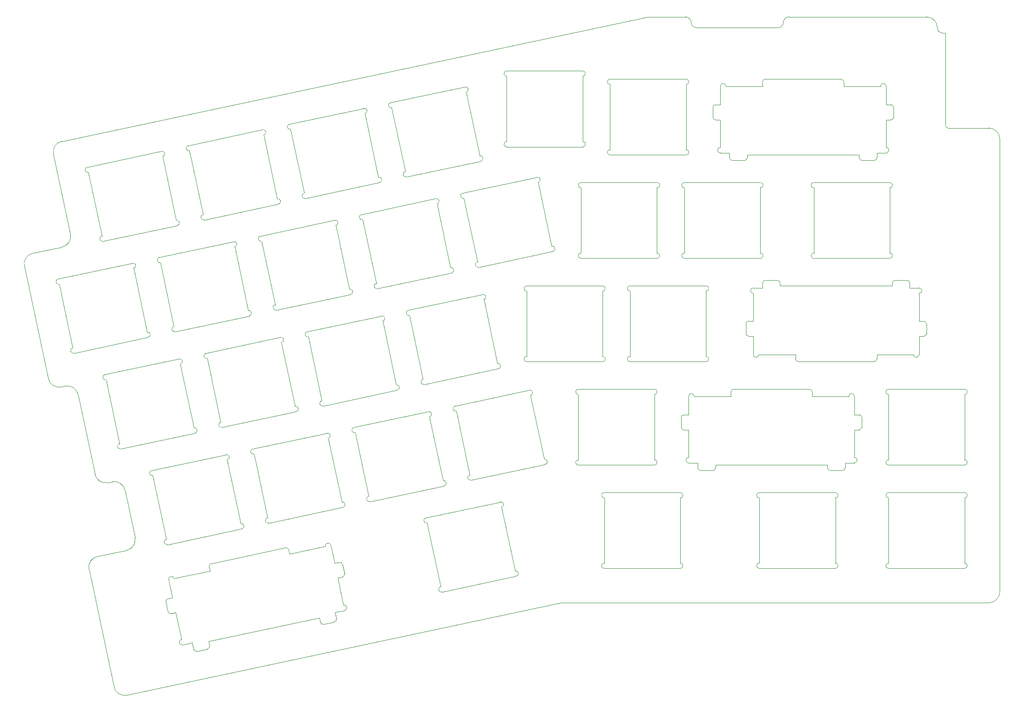
<source format=gm1>
G04 #@! TF.GenerationSoftware,KiCad,Pcbnew,(6.0.10)*
G04 #@! TF.CreationDate,2023-01-02T23:38:31+01:00*
G04 #@! TF.ProjectId,arisu,61726973-752e-46b6-9963-61645f706362,1.1*
G04 #@! TF.SameCoordinates,Original*
G04 #@! TF.FileFunction,Profile,NP*
%FSLAX46Y46*%
G04 Gerber Fmt 4.6, Leading zero omitted, Abs format (unit mm)*
G04 Created by KiCad (PCBNEW (6.0.10)) date 2023-01-02 23:38:31*
%MOMM*%
%LPD*%
G01*
G04 APERTURE LIST*
G04 #@! TA.AperFunction,Profile*
%ADD10C,0.000100*%
G04 #@! TD*
G04 APERTURE END LIST*
D10*
X256702940Y-234441346D02*
G75*
G03*
X255162470Y-236813472I415760J-1956254D01*
G01*
X429500000Y-234000000D02*
X429500000Y-317500000D01*
X427500000Y-232000000D02*
X420000000Y-232000000D01*
X419500001Y-231500000D02*
G75*
G03*
X420000000Y-231999999I499999J0D01*
G01*
X265211939Y-297367316D02*
X265984668Y-297203068D01*
X381139999Y-213500001D02*
X373639999Y-213500001D01*
X419000000Y-214500000D02*
X419500000Y-214500000D01*
X262839786Y-295826852D02*
G75*
G03*
X265211939Y-297367316I1956314J415852D01*
G01*
X266322759Y-334962741D02*
G75*
G03*
X268694857Y-336503217I1956241J415741D01*
G01*
X249825164Y-257443987D02*
X254230819Y-278170933D01*
X256602941Y-279711404D02*
X257336544Y-279555471D01*
X348689999Y-319500001D02*
X427500000Y-319500000D01*
X254230796Y-278170938D02*
G75*
G03*
X256602941Y-279711404I1956304J415838D01*
G01*
X259708666Y-281095942D02*
X262839817Y-295826845D01*
X268694857Y-336503217D02*
X348689999Y-319500001D01*
X268356790Y-298743539D02*
X270207197Y-307449051D01*
X263267354Y-310968855D02*
G75*
G03*
X261726880Y-313340964I415746J-1956245D01*
G01*
X259708651Y-281095945D02*
G75*
G03*
X257336544Y-279555471I-1956251J-415755D01*
G01*
X263267351Y-310968842D02*
X268666726Y-309821173D01*
X256702941Y-234441350D02*
X364639999Y-211500001D01*
X255162470Y-236813472D02*
X258295701Y-251554157D01*
X251365635Y-255071865D02*
X256755230Y-253926279D01*
X256755235Y-253926303D02*
G75*
G03*
X258295701Y-251554157I-415835J1956303D01*
G01*
X390639999Y-211499999D02*
G75*
G03*
X389639999Y-212500001I1J-1000001D01*
G01*
X372639999Y-212500001D02*
G75*
G03*
X371639999Y-211500001I-999999J1D01*
G01*
X364639999Y-211500001D02*
X371639999Y-211500001D01*
X427500000Y-319500000D02*
G75*
G03*
X429500000Y-317500000I0J2000000D01*
G01*
X419500000Y-214500000D02*
X419500000Y-231500000D01*
X418000000Y-213500000D02*
G75*
G03*
X416000000Y-211500000I-2000000J0D01*
G01*
X381139999Y-213500001D02*
X388639999Y-213500001D01*
X388639999Y-213499999D02*
G75*
G03*
X389639999Y-212500001I1J999999D01*
G01*
X251365638Y-255071880D02*
G75*
G03*
X249825164Y-257443987I415862J-1956320D01*
G01*
X429500000Y-234000000D02*
G75*
G03*
X427500000Y-232000000I-2000000J0D01*
G01*
X261726880Y-313340964D02*
X266322735Y-334962746D01*
X268356824Y-298743532D02*
G75*
G03*
X265984668Y-297203068I-1956324J-415868D01*
G01*
X268666732Y-309821201D02*
G75*
G03*
X270207197Y-307449051I-415832J1956301D01*
G01*
X372639999Y-212500001D02*
G75*
G03*
X373639999Y-213500001I1000001J1D01*
G01*
X418000000Y-213500000D02*
G75*
G03*
X419000000Y-214500000I1000000J0D01*
G01*
X390639999Y-211500001D02*
X416000000Y-211500000D01*
X356644033Y-300172301D02*
X356644033Y-312167701D01*
X370639433Y-313167701D02*
X356644033Y-313167701D01*
X370639433Y-299172301D02*
X356644033Y-299172301D01*
X370639433Y-300172301D02*
X370639433Y-312167701D01*
X370639433Y-300172301D02*
G75*
G03*
X370639433Y-299172301I0J500000D01*
G01*
X370639433Y-313167701D02*
G75*
G03*
X370639433Y-312167701I0J500000D01*
G01*
X356644033Y-312167701D02*
G75*
G03*
X356644033Y-313167701I0J-500000D01*
G01*
X356644033Y-299172301D02*
G75*
G03*
X356644033Y-300172301I0J-500000D01*
G01*
X365876932Y-281122300D02*
X365876932Y-293117700D01*
X351881532Y-281122300D02*
X351881532Y-293117700D01*
X365876932Y-280122300D02*
X351881532Y-280122300D01*
X365876932Y-294117700D02*
X351881532Y-294117700D01*
X365876932Y-281122300D02*
G75*
G03*
X365876932Y-280122300I0J500000D01*
G01*
X351881532Y-293117700D02*
G75*
G03*
X351881532Y-294117700I0J-500000D01*
G01*
X365876932Y-294117700D02*
G75*
G03*
X365876932Y-293117700I0J500000D01*
G01*
X351881532Y-280122300D02*
G75*
G03*
X351881532Y-281122300I0J-500000D01*
G01*
X385219030Y-300172300D02*
X385219030Y-312167700D01*
X399214430Y-313167700D02*
X385219030Y-313167700D01*
X399214430Y-300172300D02*
X399214430Y-312167700D01*
X399214430Y-299172300D02*
X385219030Y-299172300D01*
X385219030Y-299172300D02*
G75*
G03*
X385219030Y-300172300I0J-500000D01*
G01*
X385219030Y-312167700D02*
G75*
G03*
X385219030Y-313167700I0J-500000D01*
G01*
X399214430Y-300172300D02*
G75*
G03*
X399214430Y-299172300I0J500000D01*
G01*
X399214430Y-313167700D02*
G75*
G03*
X399214430Y-312167700I0J500000D01*
G01*
X423026929Y-281122299D02*
X423026929Y-293117699D01*
X409031529Y-281122299D02*
X409031529Y-293117699D01*
X423026929Y-294117699D02*
X409031529Y-294117699D01*
X423026929Y-280122299D02*
X409031529Y-280122299D01*
X409031529Y-293117699D02*
G75*
G03*
X409031529Y-294117699I0J-500000D01*
G01*
X409031529Y-280122299D02*
G75*
G03*
X409031529Y-281122299I0J-500000D01*
G01*
X423026929Y-281122299D02*
G75*
G03*
X423026929Y-280122299I0J500000D01*
G01*
X423026929Y-294117699D02*
G75*
G03*
X423026929Y-293117699I0J500000D01*
G01*
X324440307Y-285230155D02*
X326934290Y-296963427D01*
X327142202Y-297941575D02*
X313452635Y-300851382D01*
X324232395Y-284252008D02*
X310542828Y-287161815D01*
X310750740Y-288139963D02*
X313244723Y-299873235D01*
X327142202Y-297941575D02*
G75*
G03*
X326934290Y-296963427I-103956J489074D01*
G01*
X313244723Y-299873234D02*
G75*
G03*
X313452635Y-300851382I103956J-489074D01*
G01*
X310542828Y-287161815D02*
G75*
G03*
X310750740Y-288139963I103956J-489074D01*
G01*
X324440307Y-285230156D02*
G75*
G03*
X324232395Y-284252008I-103956J489074D01*
G01*
X307202065Y-249943052D02*
X309696048Y-261676324D01*
X306994153Y-248964905D02*
X293304586Y-251874712D01*
X293512498Y-252852860D02*
X296006481Y-264586132D01*
X309903960Y-262654472D02*
X296214393Y-265564279D01*
X307202065Y-249943053D02*
G75*
G03*
X306994153Y-248964905I-103956J489074D01*
G01*
X309903960Y-262654472D02*
G75*
G03*
X309696048Y-261676324I-103956J489074D01*
G01*
X293304586Y-251874712D02*
G75*
G03*
X293512498Y-252852860I103956J-489074D01*
G01*
X296006481Y-264586131D02*
G75*
G03*
X296214393Y-265564279I103956J-489074D01*
G01*
X329384451Y-284179247D02*
X331878434Y-295912519D01*
X343074018Y-281269439D02*
X345568001Y-293002711D01*
X345775913Y-293980859D02*
X332086346Y-296890666D01*
X342866106Y-280291292D02*
X329176539Y-283201099D01*
X345775913Y-293980859D02*
G75*
G03*
X345568001Y-293002711I-103956J489074D01*
G01*
X343074018Y-281269440D02*
G75*
G03*
X342866106Y-280291292I-103956J489074D01*
G01*
X329176539Y-283201099D02*
G75*
G03*
X329384451Y-284179247I103956J-489074D01*
G01*
X331878434Y-295912518D02*
G75*
G03*
X332086346Y-296890666I103956J-489074D01*
G01*
X278345851Y-274529888D02*
X264656284Y-277439695D01*
X278553763Y-275508035D02*
X281047746Y-287241307D01*
X281255658Y-288219455D02*
X267566091Y-291129262D01*
X264864196Y-278417843D02*
X267358179Y-290151115D01*
X267358179Y-290151114D02*
G75*
G03*
X267566091Y-291129262I103956J-489074D01*
G01*
X278553763Y-275508036D02*
G75*
G03*
X278345851Y-274529888I-103956J489074D01*
G01*
X264656284Y-277439695D02*
G75*
G03*
X264864196Y-278417843I103956J-489074D01*
G01*
X281255658Y-288219455D02*
G75*
G03*
X281047746Y-287241307I-103956J489074D01*
G01*
X356351913Y-262072301D02*
X356351913Y-274067701D01*
X342356513Y-262072301D02*
X342356513Y-274067701D01*
X356351913Y-261072301D02*
X342356513Y-261072301D01*
X356351913Y-275067701D02*
X342356513Y-275067701D01*
X356351913Y-275067701D02*
G75*
G03*
X356351913Y-274067701I0J500000D01*
G01*
X342356513Y-274067701D02*
G75*
G03*
X342356513Y-275067701I0J-500000D01*
G01*
X356351913Y-262072301D02*
G75*
G03*
X356351913Y-261072301I0J500000D01*
G01*
X342356513Y-261072301D02*
G75*
G03*
X342356513Y-262072301I0J-500000D01*
G01*
X373204834Y-281430399D02*
X379961234Y-281430399D01*
X371325234Y-287627999D02*
X372188834Y-287627999D01*
X379961234Y-280642999D02*
X379961234Y-281430399D01*
X398268234Y-295119999D02*
X400516234Y-295119999D01*
X402719634Y-293723999D02*
X401016234Y-293723999D01*
X376640234Y-295119999D02*
X374392234Y-295119999D01*
X394947234Y-281430399D02*
X401703634Y-281430399D01*
X403583234Y-287627999D02*
X402719634Y-287627999D01*
X372188834Y-292707999D02*
X372188834Y-287627999D01*
X370817234Y-287119999D02*
X370817234Y-285341999D01*
X394947234Y-280642999D02*
X394947234Y-281430399D01*
X372188834Y-293723999D02*
X373892234Y-293723999D01*
X377140234Y-294619999D02*
X377140234Y-294104999D01*
X397768234Y-294619999D02*
X397768234Y-294104999D01*
X397768234Y-294104999D02*
X377140234Y-294104999D01*
X402719634Y-284833999D02*
X402719634Y-281430399D01*
X402719634Y-292707999D02*
X402719634Y-287627999D01*
X403583234Y-284833999D02*
X402719634Y-284833999D01*
X372188834Y-284833999D02*
X372188834Y-281430399D01*
X371325234Y-284833999D02*
X372188834Y-284833999D01*
X394439234Y-280134999D02*
X380469234Y-280134999D01*
X373892234Y-294619999D02*
X373892234Y-293723999D01*
X401016234Y-294619999D02*
X401016234Y-293723999D01*
X404091234Y-285341999D02*
X404091234Y-287119999D01*
X402719634Y-293723999D02*
G75*
G03*
X402719634Y-292707999I0J508000D01*
G01*
X371325234Y-284833999D02*
G75*
G03*
X370817234Y-285341999I1J-508001D01*
G01*
X380469234Y-280134999D02*
G75*
G03*
X379961234Y-280642999I1J-508001D01*
G01*
X402719634Y-281430399D02*
G75*
G03*
X401703634Y-281430399I-508000J0D01*
G01*
X373204834Y-281430399D02*
G75*
G03*
X372188834Y-281430399I-508000J0D01*
G01*
X373892234Y-294619999D02*
G75*
G03*
X374392234Y-295119999I500001J1D01*
G01*
X397768234Y-294619999D02*
G75*
G03*
X398268234Y-295119999I500000J0D01*
G01*
X376640234Y-295119999D02*
G75*
G03*
X377140234Y-294619999I-1J500001D01*
G01*
X404091234Y-285341999D02*
G75*
G03*
X403583234Y-284833999I-508000J0D01*
G01*
X394947234Y-280642999D02*
G75*
G03*
X394439234Y-280134999I-508000J0D01*
G01*
X400516234Y-295119999D02*
G75*
G03*
X401016234Y-294619999I0J500000D01*
G01*
X372188834Y-292707999D02*
G75*
G03*
X372188834Y-293723999I0J-508000D01*
G01*
X403583234Y-287627999D02*
G75*
G03*
X404091234Y-287119999I0J508000D01*
G01*
X370817234Y-287119999D02*
G75*
G03*
X371325234Y-287627999I508001J1D01*
G01*
X305806597Y-289190873D02*
X308300580Y-300924145D01*
X292117030Y-292100681D02*
X294611013Y-303833953D01*
X308508492Y-301902293D02*
X294818925Y-304812100D01*
X305598685Y-288212726D02*
X291909118Y-291122533D01*
X308508492Y-301902293D02*
G75*
G03*
X308300580Y-300924145I-103956J489074D01*
G01*
X291909118Y-291122533D02*
G75*
G03*
X292117030Y-292100681I103956J-489074D01*
G01*
X294611013Y-303833952D02*
G75*
G03*
X294818925Y-304812100I103956J-489074D01*
G01*
X305806597Y-289190874D02*
G75*
G03*
X305598685Y-288212726I-103956J489074D01*
G01*
X352671913Y-235467316D02*
X338676513Y-235467316D01*
X352671913Y-222471916D02*
X352671913Y-234467316D01*
X352671913Y-221471916D02*
X338676513Y-221471916D01*
X338676513Y-222471916D02*
X338676513Y-234467316D01*
X352671913Y-222471916D02*
G75*
G03*
X352671913Y-221471916I0J500000D01*
G01*
X352671913Y-235467316D02*
G75*
G03*
X352671913Y-234467316I0J500000D01*
G01*
X338676513Y-234467316D02*
G75*
G03*
X338676513Y-235467316I0J-500000D01*
G01*
X338676513Y-221471916D02*
G75*
G03*
X338676513Y-222471916I0J-500000D01*
G01*
X409231914Y-242022301D02*
X395236514Y-242022301D01*
X395236514Y-243022301D02*
X395236514Y-255017701D01*
X409231914Y-256017701D02*
X395236514Y-256017701D01*
X409231914Y-243022301D02*
X409231914Y-255017701D01*
X395236514Y-255017701D02*
G75*
G03*
X395236514Y-256017701I0J-500000D01*
G01*
X409231914Y-256017701D02*
G75*
G03*
X409231914Y-255017701I0J500000D01*
G01*
X409231914Y-243022301D02*
G75*
G03*
X409231914Y-242022301I0J500000D01*
G01*
X395236514Y-242022301D02*
G75*
G03*
X395236514Y-243022301I0J-500000D01*
G01*
X293924580Y-233289668D02*
X296418563Y-245022940D01*
X280235013Y-236199476D02*
X282728996Y-247932748D01*
X296626475Y-246001088D02*
X282936908Y-248910895D01*
X293716668Y-232311521D02*
X280027101Y-235221328D01*
X280027101Y-235221328D02*
G75*
G03*
X280235013Y-236199476I103956J-489074D01*
G01*
X296626475Y-246001088D02*
G75*
G03*
X296418563Y-245022940I-103956J489074D01*
G01*
X282728996Y-247932747D02*
G75*
G03*
X282936908Y-248910895I103956J-489074D01*
G01*
X293924580Y-233289669D02*
G75*
G03*
X293716668Y-232311521I-103956J489074D01*
G01*
X325627867Y-245004187D02*
X311938300Y-247913994D01*
X325835779Y-245982334D02*
X328329762Y-257715606D01*
X328537674Y-258693754D02*
X314848107Y-261603561D01*
X312146212Y-248892142D02*
X314640195Y-260625414D01*
X325835779Y-245982335D02*
G75*
G03*
X325627867Y-245004187I-103956J489074D01*
G01*
X314640195Y-260625413D02*
G75*
G03*
X314848107Y-261603561I103956J-489074D01*
G01*
X311938300Y-247913994D02*
G75*
G03*
X312146212Y-248892142I103956J-489074D01*
G01*
X328537674Y-258693754D02*
G75*
G03*
X328329762Y-257715606I-103956J489074D01*
G01*
X299889371Y-284258740D02*
X286199804Y-287168547D01*
X283497909Y-274457128D02*
X285991892Y-286190400D01*
X296979564Y-270569173D02*
X283289997Y-273478980D01*
X297187476Y-271547320D02*
X299681459Y-283280592D01*
X299889371Y-284258740D02*
G75*
G03*
X299681459Y-283280592I-103956J489074D01*
G01*
X297187476Y-271547321D02*
G75*
G03*
X296979564Y-270569173I-103956J489074D01*
G01*
X285991892Y-286190399D02*
G75*
G03*
X286199804Y-287168547I103956J-489074D01*
G01*
X283289997Y-273478980D02*
G75*
G03*
X283497909Y-274457128I103956J-489074D01*
G01*
X366361916Y-256017699D02*
X352366516Y-256017699D01*
X366361916Y-242022299D02*
X352366516Y-242022299D01*
X352366516Y-243022299D02*
X352366516Y-255017699D01*
X366361916Y-243022299D02*
X366361916Y-255017699D01*
X352366516Y-255017699D02*
G75*
G03*
X352366516Y-256017699I0J-500000D01*
G01*
X366361916Y-256017699D02*
G75*
G03*
X366361916Y-255017699I0J500000D01*
G01*
X366361916Y-243022299D02*
G75*
G03*
X366361916Y-242022299I0J500000D01*
G01*
X352366516Y-242022299D02*
G75*
G03*
X352366516Y-243022299I0J-500000D01*
G01*
X340419801Y-314594907D02*
X326730234Y-317504714D01*
X337717906Y-301883487D02*
X340211889Y-313616759D01*
X324028339Y-304793295D02*
X326522322Y-316526567D01*
X337509994Y-300905340D02*
X323820427Y-303815147D01*
X323820427Y-303815147D02*
G75*
G03*
X324028339Y-304793295I103956J-489074D01*
G01*
X337717906Y-301883488D02*
G75*
G03*
X337509994Y-300905340I-103956J489074D01*
G01*
X326522322Y-316526566D02*
G75*
G03*
X326730234Y-317504714I103956J-489074D01*
G01*
X340419801Y-314594907D02*
G75*
G03*
X340211889Y-313616759I-103956J489074D01*
G01*
X286964972Y-292173442D02*
X273275405Y-295083249D01*
X289874779Y-305863009D02*
X276185212Y-308772816D01*
X287172884Y-293151589D02*
X289666867Y-304884861D01*
X273483317Y-296061397D02*
X275977300Y-307794669D01*
X275977300Y-307794668D02*
G75*
G03*
X276185212Y-308772816I103956J-489074D01*
G01*
X289874779Y-305863009D02*
G75*
G03*
X289666867Y-304884861I-103956J489074D01*
G01*
X287172884Y-293151590D02*
G75*
G03*
X286964972Y-292173442I-103956J489074D01*
G01*
X273275405Y-295083249D02*
G75*
G03*
X273483317Y-296061397I103956J-489074D01*
G01*
X312558294Y-229328953D02*
X315052277Y-241062225D01*
X298868727Y-232238761D02*
X301362710Y-243972033D01*
X312350382Y-228350806D02*
X298660815Y-231260613D01*
X315260189Y-242040373D02*
X301570622Y-244950180D01*
X301362710Y-243972032D02*
G75*
G03*
X301570622Y-244950180I103956J-489074D01*
G01*
X315260189Y-242040373D02*
G75*
G03*
X315052277Y-241062225I-103956J489074D01*
G01*
X312558294Y-229328954D02*
G75*
G03*
X312350382Y-228350806I-103956J489074D01*
G01*
X298660815Y-231260613D02*
G75*
G03*
X298868727Y-232238761I103956J-489074D01*
G01*
X344469490Y-242021615D02*
X346963473Y-253754887D01*
X330779923Y-244931423D02*
X333273906Y-256664695D01*
X347171385Y-254733035D02*
X333481818Y-257642842D01*
X344261578Y-241043468D02*
X330572011Y-243953275D01*
X347171385Y-254733035D02*
G75*
G03*
X346963473Y-253754887I-103956J489074D01*
G01*
X333273906Y-256664694D02*
G75*
G03*
X333481818Y-257642842I103956J-489074D01*
G01*
X344469490Y-242021616D02*
G75*
G03*
X344261578Y-241043468I-103956J489074D01*
G01*
X330572011Y-243953275D02*
G75*
G03*
X330779923Y-244931423I103956J-489074D01*
G01*
X423026931Y-313167700D02*
X409031531Y-313167700D01*
X423026931Y-300172300D02*
X423026931Y-312167700D01*
X423026931Y-299172300D02*
X409031531Y-299172300D01*
X409031531Y-300172300D02*
X409031531Y-312167700D01*
X423026931Y-300172300D02*
G75*
G03*
X423026931Y-299172300I0J500000D01*
G01*
X409031531Y-312167700D02*
G75*
G03*
X409031531Y-313167700I0J-500000D01*
G01*
X423026931Y-313167700D02*
G75*
G03*
X423026931Y-312167700I0J500000D01*
G01*
X409031531Y-299172300D02*
G75*
G03*
X409031531Y-300172300I0J-500000D01*
G01*
X318523080Y-280298023D02*
X304833513Y-283207830D01*
X302131618Y-270496411D02*
X304625601Y-282229683D01*
X315821185Y-267586603D02*
X318315168Y-279319875D01*
X315613273Y-266608456D02*
X301923706Y-269518263D01*
X304625601Y-282229682D02*
G75*
G03*
X304833513Y-283207830I103956J-489074D01*
G01*
X315821185Y-267586604D02*
G75*
G03*
X315613273Y-266608456I-103956J489074D01*
G01*
X318523080Y-280298023D02*
G75*
G03*
X318315168Y-279319875I-103956J489074D01*
G01*
X301923706Y-269518263D02*
G75*
G03*
X302131618Y-270496411I103956J-489074D01*
G01*
X385411915Y-242022299D02*
X371416515Y-242022299D01*
X385411915Y-256017699D02*
X371416515Y-256017699D01*
X385411915Y-243022299D02*
X385411915Y-255017699D01*
X371416515Y-243022299D02*
X371416515Y-255017699D01*
X371416515Y-255017699D02*
G75*
G03*
X371416515Y-256017699I0J-500000D01*
G01*
X371416515Y-242022299D02*
G75*
G03*
X371416515Y-243022299I0J-500000D01*
G01*
X385411915Y-256017699D02*
G75*
G03*
X385411915Y-255017699I0J500000D01*
G01*
X385411915Y-243022299D02*
G75*
G03*
X385411915Y-242022299I0J500000D01*
G01*
X333893899Y-238079655D02*
X320204332Y-240989462D01*
X317502437Y-228278043D02*
X319996420Y-240011315D01*
X331192004Y-225368235D02*
X333685987Y-237101507D01*
X330984092Y-224390088D02*
X317294525Y-227299895D01*
X319996420Y-240011314D02*
G75*
G03*
X320204332Y-240989462I103956J-489074D01*
G01*
X333893899Y-238079655D02*
G75*
G03*
X333685987Y-237101507I-103956J489074D01*
G01*
X331192004Y-225368236D02*
G75*
G03*
X330984092Y-224390088I-103956J489074D01*
G01*
X317294525Y-227299895D02*
G75*
G03*
X317502437Y-228278043I103956J-489074D01*
G01*
X361406513Y-262072301D02*
X361406513Y-274067701D01*
X375401913Y-275067701D02*
X361406513Y-275067701D01*
X375401913Y-262072301D02*
X375401913Y-274067701D01*
X375401913Y-261072301D02*
X361406513Y-261072301D01*
X361406513Y-274067701D02*
G75*
G03*
X361406513Y-275067701I0J-500000D01*
G01*
X375401913Y-275067701D02*
G75*
G03*
X375401913Y-274067701I0J500000D01*
G01*
X375401913Y-262072301D02*
G75*
G03*
X375401913Y-261072301I0J500000D01*
G01*
X361406513Y-261072301D02*
G75*
G03*
X361406513Y-262072301I0J-500000D01*
G01*
X371721912Y-236967702D02*
X357726512Y-236967702D01*
X357726512Y-223972302D02*
X357726512Y-235967702D01*
X371721912Y-222972302D02*
X357726512Y-222972302D01*
X371721912Y-223972302D02*
X371721912Y-235967702D01*
X357726512Y-235967702D02*
G75*
G03*
X357726512Y-236967702I0J-500000D01*
G01*
X371721912Y-236967702D02*
G75*
G03*
X371721912Y-235967702I0J500000D01*
G01*
X371721912Y-223972302D02*
G75*
G03*
X371721912Y-222972302I0J500000D01*
G01*
X357726512Y-222972302D02*
G75*
G03*
X357726512Y-223972302I0J-500000D01*
G01*
X320765332Y-266535693D02*
X323259315Y-278268965D01*
X337156794Y-276337305D02*
X323467227Y-279247112D01*
X334454899Y-263625885D02*
X336948882Y-275359157D01*
X334246987Y-262647738D02*
X320557420Y-265557545D01*
X334454899Y-263625886D02*
G75*
G03*
X334246987Y-262647738I-103956J489074D01*
G01*
X337156794Y-276337305D02*
G75*
G03*
X336948882Y-275359157I-103956J489074D01*
G01*
X320557420Y-265557545D02*
G75*
G03*
X320765332Y-266535693I103956J-489074D01*
G01*
X323259315Y-278268964D02*
G75*
G03*
X323467227Y-279247112I103956J-489074D01*
G01*
X275290870Y-237250389D02*
X277784853Y-248983661D01*
X261601303Y-240160197D02*
X264095286Y-251893469D01*
X277992765Y-249961809D02*
X264303198Y-252871616D01*
X275082958Y-236272242D02*
X261393391Y-239182049D01*
X261393391Y-239182049D02*
G75*
G03*
X261601303Y-240160197I103956J-489074D01*
G01*
X277992765Y-249961809D02*
G75*
G03*
X277784853Y-248983661I-103956J489074D01*
G01*
X275290870Y-237250390D02*
G75*
G03*
X275082958Y-236272242I-103956J489074D01*
G01*
X264095286Y-251893468D02*
G75*
G03*
X264303198Y-252871616I103956J-489074D01*
G01*
X269934642Y-257864484D02*
X272428625Y-269597756D01*
X269726730Y-256886337D02*
X256037163Y-259796144D01*
X272636537Y-270575904D02*
X258946970Y-273485711D01*
X256245075Y-260774292D02*
X258739058Y-272507564D01*
X256037163Y-259796144D02*
G75*
G03*
X256245075Y-260774292I103956J-489074D01*
G01*
X269934642Y-257864485D02*
G75*
G03*
X269726730Y-256886337I-103956J489074D01*
G01*
X258739058Y-272507563D02*
G75*
G03*
X258946970Y-273485711I103956J-489074D01*
G01*
X272636537Y-270575904D02*
G75*
G03*
X272428625Y-269597756I-103956J489074D01*
G01*
X409936213Y-228192001D02*
X409936213Y-229970001D01*
X400792213Y-223493001D02*
X400792213Y-224280401D01*
X404113213Y-237970001D02*
X406361213Y-237970001D01*
X378033813Y-235558001D02*
X378033813Y-230478001D01*
X409428213Y-230478001D02*
X408564613Y-230478001D01*
X409428213Y-227684001D02*
X408564613Y-227684001D01*
X382485213Y-237970001D02*
X380237213Y-237970001D01*
X403613213Y-236955001D02*
X382985213Y-236955001D01*
X378033813Y-236574001D02*
X379737213Y-236574001D01*
X378033813Y-227684001D02*
X378033813Y-224280401D01*
X406861213Y-237470001D02*
X406861213Y-236574001D01*
X377170213Y-230478001D02*
X378033813Y-230478001D01*
X377170213Y-227684001D02*
X378033813Y-227684001D01*
X408564613Y-227684001D02*
X408564613Y-224280401D01*
X408564613Y-235558001D02*
X408564613Y-230478001D01*
X376662213Y-229970001D02*
X376662213Y-228192001D01*
X382985213Y-237470001D02*
X382985213Y-236955001D01*
X385806213Y-223493001D02*
X385806213Y-224280401D01*
X379737213Y-237470001D02*
X379737213Y-236574001D01*
X379049813Y-224280401D02*
X385806213Y-224280401D01*
X408564613Y-236574001D02*
X406861213Y-236574001D01*
X400792213Y-224280401D02*
X407548613Y-224280401D01*
X400284213Y-222985001D02*
X386314213Y-222985001D01*
X403613213Y-237470001D02*
X403613213Y-236955001D01*
X377170213Y-227684001D02*
G75*
G03*
X376662213Y-228192001I1J-508001D01*
G01*
X379049813Y-224280401D02*
G75*
G03*
X378033813Y-224280401I-508000J0D01*
G01*
X378033813Y-235558001D02*
G75*
G03*
X378033813Y-236574001I0J-508000D01*
G01*
X382485213Y-237970001D02*
G75*
G03*
X382985213Y-237470001I-1J500001D01*
G01*
X376662213Y-229970001D02*
G75*
G03*
X377170213Y-230478001I508001J1D01*
G01*
X408564613Y-236574001D02*
G75*
G03*
X408564613Y-235558001I0J508000D01*
G01*
X409428213Y-230478001D02*
G75*
G03*
X409936213Y-229970001I0J508000D01*
G01*
X408564613Y-224280401D02*
G75*
G03*
X407548613Y-224280401I-508000J0D01*
G01*
X386314213Y-222985001D02*
G75*
G03*
X385806213Y-223493001I1J-508001D01*
G01*
X400792213Y-223493001D02*
G75*
G03*
X400284213Y-222985001I-508000J0D01*
G01*
X409936213Y-228192001D02*
G75*
G03*
X409428213Y-227684001I-508000J0D01*
G01*
X406361213Y-237970001D02*
G75*
G03*
X406861213Y-237470001I0J500000D01*
G01*
X379737213Y-237470001D02*
G75*
G03*
X380237213Y-237970001I500001J1D01*
G01*
X403613213Y-237470001D02*
G75*
G03*
X404113213Y-237970001I500000J0D01*
G01*
X280971629Y-328023002D02*
X280728705Y-326880134D01*
X306915995Y-323027705D02*
X304928399Y-323450182D01*
X308828342Y-320907372D02*
X307064351Y-321282320D01*
X308617104Y-319913574D02*
X307560913Y-314944584D01*
X307307275Y-322425187D02*
X307064351Y-321282320D01*
X278964713Y-327255082D02*
X280728705Y-326880134D01*
X304162171Y-322288709D02*
X283789313Y-326619093D01*
X304325881Y-323058902D02*
X304162171Y-322288709D01*
X308405641Y-314765031D02*
X307560913Y-314944584D01*
X276250037Y-321080567D02*
X275880370Y-319341420D01*
X298506095Y-309728196D02*
X298669805Y-310498389D01*
X283561743Y-327991805D02*
X281574147Y-328414281D01*
X276852555Y-321471847D02*
X277697284Y-321292294D01*
X308427254Y-312423367D02*
X308796921Y-314162513D01*
X306980007Y-312211639D02*
X306272359Y-308882416D01*
X278753475Y-326261284D02*
X277697284Y-321292294D01*
X307824736Y-312032087D02*
X306980007Y-312211639D01*
X283847575Y-312843960D02*
X284011285Y-313614154D01*
X283953023Y-327389287D02*
X283789313Y-326619093D01*
X277402528Y-315018888D02*
X284011285Y-313614154D01*
X297903577Y-309336916D02*
X284238855Y-312241442D01*
X277116378Y-318559350D02*
X276408730Y-315230127D01*
X276271650Y-318738902D02*
X277116378Y-318559350D01*
X298669805Y-310498389D02*
X305278561Y-309093655D01*
X308427254Y-312423367D02*
G75*
G03*
X307824736Y-312032087I-496899J-105619D01*
G01*
X278753475Y-326261284D02*
G75*
G03*
X278964713Y-327255082I105619J-496899D01*
G01*
X277402528Y-315018888D02*
G75*
G03*
X276408730Y-315230127I-496899J-105619D01*
G01*
X284238855Y-312241442D02*
G75*
G03*
X283847575Y-312843960I105620J-496900D01*
G01*
X308405641Y-314765031D02*
G75*
G03*
X308796921Y-314162513I-105619J496899D01*
G01*
X308828342Y-320907372D02*
G75*
G03*
X308617104Y-319913574I-105619J496899D01*
G01*
X304325881Y-323058902D02*
G75*
G03*
X304928399Y-323450182I496899J105619D01*
G01*
X298506095Y-309728196D02*
G75*
G03*
X297903577Y-309336916I-496899J-105619D01*
G01*
X280971629Y-328023002D02*
G75*
G03*
X281574147Y-328414281I496900J105621D01*
G01*
X276271650Y-318738901D02*
G75*
G03*
X275880370Y-319341420I105621J-496901D01*
G01*
X276250036Y-321080567D02*
G75*
G03*
X276852555Y-321471847I496901J105621D01*
G01*
X306915995Y-323027705D02*
G75*
G03*
X307307275Y-322425187I-105619J496899D01*
G01*
X283561743Y-327991805D02*
G75*
G03*
X283953023Y-327389287I-105620J496900D01*
G01*
X306272359Y-308882416D02*
G75*
G03*
X305278561Y-309093655I-496899J-105619D01*
G01*
X414625863Y-262482003D02*
X414625863Y-267562003D01*
X384095063Y-261466003D02*
X385798463Y-261466003D01*
X414625863Y-270356003D02*
X414625863Y-273759603D01*
X415997463Y-268070003D02*
X415997463Y-269848003D01*
X415489463Y-270356003D02*
X414625863Y-270356003D01*
X406853463Y-274547003D02*
X406853463Y-273759603D01*
X413609863Y-273759603D02*
X406853463Y-273759603D01*
X385798463Y-260570003D02*
X385798463Y-261466003D01*
X388546463Y-260070003D02*
X386298463Y-260070003D01*
X382723463Y-269848003D02*
X382723463Y-268070003D01*
X409674463Y-260570003D02*
X409674463Y-261085003D01*
X391867463Y-274547003D02*
X391867463Y-273759603D01*
X384095063Y-270356003D02*
X384095063Y-273759603D01*
X391867463Y-273759603D02*
X385111063Y-273759603D01*
X410174463Y-260070003D02*
X412422463Y-260070003D01*
X383231463Y-267562003D02*
X384095063Y-267562003D01*
X384095063Y-262482003D02*
X384095063Y-267562003D01*
X415489463Y-267562003D02*
X414625863Y-267562003D01*
X414625863Y-261466003D02*
X412922463Y-261466003D01*
X392375463Y-275055003D02*
X406345463Y-275055003D01*
X389046463Y-260570003D02*
X389046463Y-261085003D01*
X389046463Y-261085003D02*
X409674463Y-261085003D01*
X383231463Y-270356003D02*
X384095063Y-270356003D01*
X412922463Y-260570003D02*
X412922463Y-261466003D01*
X415489463Y-270356003D02*
G75*
G03*
X415997463Y-269848003I-1J508001D01*
G01*
X384095063Y-273759603D02*
G75*
G03*
X385111063Y-273759603I508000J0D01*
G01*
X414625863Y-262482003D02*
G75*
G03*
X414625863Y-261466003I0J508000D01*
G01*
X391867463Y-274547003D02*
G75*
G03*
X392375463Y-275055003I508000J0D01*
G01*
X382723463Y-269848003D02*
G75*
G03*
X383231463Y-270356003I508000J0D01*
G01*
X412922463Y-260570003D02*
G75*
G03*
X412422463Y-260070003I-500001J-1D01*
G01*
X384095063Y-261466003D02*
G75*
G03*
X384095063Y-262482003I0J-508000D01*
G01*
X383231463Y-267562003D02*
G75*
G03*
X382723463Y-268070003I0J-508000D01*
G01*
X410174463Y-260070003D02*
G75*
G03*
X409674463Y-260570003I1J-500001D01*
G01*
X386298463Y-260070003D02*
G75*
G03*
X385798463Y-260570003I0J-500000D01*
G01*
X415997463Y-268070003D02*
G75*
G03*
X415489463Y-267562003I-508001J-1D01*
G01*
X406345463Y-275055003D02*
G75*
G03*
X406853463Y-274547003I-1J508001D01*
G01*
X389046463Y-260570003D02*
G75*
G03*
X388546463Y-260070003I-500000J0D01*
G01*
X413609863Y-273759603D02*
G75*
G03*
X414625863Y-273759603I508000J0D01*
G01*
X288568354Y-253903766D02*
X291062337Y-265637038D01*
X291270249Y-266615186D02*
X277580682Y-269524993D01*
X274878787Y-256813574D02*
X277372770Y-268546846D01*
X288360442Y-252925619D02*
X274670875Y-255835426D01*
X277372770Y-268546845D02*
G75*
G03*
X277580682Y-269524993I103956J-489074D01*
G01*
X288568354Y-253903767D02*
G75*
G03*
X288360442Y-252925619I-103956J489074D01*
G01*
X274670875Y-255835426D02*
G75*
G03*
X274878787Y-256813574I103956J-489074D01*
G01*
X291270249Y-266615186D02*
G75*
G03*
X291062337Y-265637038I-103956J489074D01*
G01*
M02*

</source>
